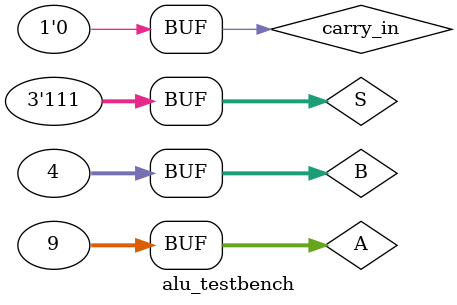
<source format=v>
`define DELAY 20
module alu_testbench(); 
reg [31:0]A, B;
reg carry_in;
reg [2:0] S;
wire [31:0]result;


alu g0(A, B,S,carry_in,result);



initial begin
A = 32'b0000_0000_0000_0000_0000_0000_0000_1101; B = 32'b0000_0000_0000_0000_0000_0000_0000_1001; carry_in = 1'b0; S = 3'b000;
#`DELAY;
A = 32'b0000_0000_0000_0000_0000_0000_0000_1011; B = 32'b0000_0000_0000_0000_0000_0000_0000_1110; carry_in = 1'b0; S = 3'b001;
#`DELAY;
A = 32'b0000_0000_0000_0000_0000_0000_0000_1111; B = 32'b0000_0000_0000_0000_0000_0000_0000_1010; carry_in = 1'b0; S = 3'b010;
#`DELAY;
A = 32'b0000_0000_0000_0000_0000_0000_0000_0001; B = 32'b0000_0000_0000_0000_0000_0000_0000_1101; carry_in = 1'b0; S = 3'b011;
#`DELAY;
A = 32'b0000_0000_0000_0000_0000_0000_0000_1011; B = 32'b0000_0000_0000_0000_0000_0000_0000_0110; carry_in = 1'b0; S = 3'b100;
#`DELAY;
A = 32'b0000_0000_0000_0000_0000_0000_0000_0011; B = 32'b0000_0000_0000_0000_0000_0000_0000_0011; carry_in = 1'b0; S = 3'b101;
#`DELAY;
A = 32'b0000_0000_0000_0000_0000_0000_0000_0100; B = 32'b0000_0000_0000_0000_0000_0000_0000_1111; carry_in = 1'b0; S = 3'b110;
#`DELAY;
A = 32'b0000_0000_0000_0000_0000_0000_0000_1001; B = 32'b0000_0000_0000_0000_0000_0000_0000_0100; carry_in = 1'b0; S = 3'b111;
#`DELAY;


end
 
 
initial
begin
$monitor("time = %2d, a =%32b, b=%32b , S=%3b, result=%32b", $time, A, B , S, result);
end
 
endmodule
</source>
